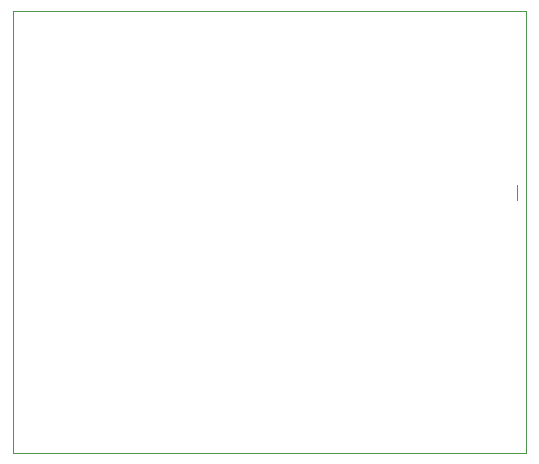
<source format=gbr>
%TF.GenerationSoftware,KiCad,Pcbnew,(6.0.7)*%
%TF.CreationDate,2022-09-22T21:27:18+02:00*%
%TF.ProjectId,PEQUENAreducida,50455155-454e-4417-9265-647563696461,rev?*%
%TF.SameCoordinates,Original*%
%TF.FileFunction,Profile,NP*%
%FSLAX46Y46*%
G04 Gerber Fmt 4.6, Leading zero omitted, Abs format (unit mm)*
G04 Created by KiCad (PCBNEW (6.0.7)) date 2022-09-22 21:27:18*
%MOMM*%
%LPD*%
G01*
G04 APERTURE LIST*
%TA.AperFunction,Profile*%
%ADD10C,0.050000*%
%TD*%
G04 APERTURE END LIST*
D10*
X151584000Y-46748000D02*
X151584000Y-45478000D01*
X108966000Y-30734000D02*
X152400000Y-30734000D01*
X152400000Y-30734000D02*
X152400000Y-68145000D01*
X152400000Y-68145000D02*
X108966000Y-68145000D01*
X108966000Y-68145000D02*
X108966000Y-30734000D01*
M02*

</source>
